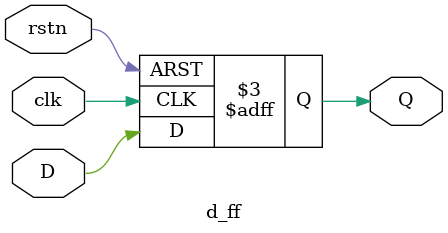
<source format=v>
module q_5_28_str (
    input rstn, clk,
    input [1:0] x_in,
    output y_out
);
    wire A, A_next;

    d_ff dff_A (
        .rstn (rstn),
        .clk (clk),
        .D (A_next),
        .Q (A)
    );

    assign A_next = ^x_in ^ A;
    assign y_out = A;
endmodule

module d_ff (
    input rstn, clk, D,
    output reg Q
);
    always @ (posedge clk, negedge rstn)
    begin
        if (!rstn)
            Q <= 1'b0;
        else
            Q <= D;
    end
endmodule

</source>
